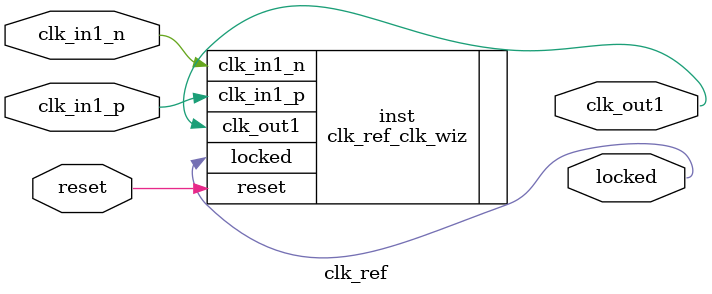
<source format=v>


`timescale 1ps/1ps

(* CORE_GENERATION_INFO = "clk_ref,clk_wiz_v5_4_3_0,{component_name=clk_ref,use_phase_alignment=true,use_min_o_jitter=false,use_max_i_jitter=false,use_dyn_phase_shift=false,use_inclk_switchover=false,use_dyn_reconfig=false,enable_axi=0,feedback_source=FDBK_AUTO,PRIMITIVE=MMCM,num_out_clk=1,clkin1_period=5.000,clkin2_period=10.0,use_power_down=false,use_reset=true,use_locked=true,use_inclk_stopped=false,feedback_type=SINGLE,CLOCK_MGR_TYPE=NA,manual_override=false}" *)

module clk_ref 
 (
  // Clock out ports
  output        clk_out1,
  // Status and control signals
  input         reset,
  output        locked,
 // Clock in ports
  input         clk_in1_p,
  input         clk_in1_n
 );

  clk_ref_clk_wiz inst
  (
  // Clock out ports  
  .clk_out1(clk_out1),
  // Status and control signals               
  .reset(reset), 
  .locked(locked),
 // Clock in ports
  .clk_in1_p(clk_in1_p),
  .clk_in1_n(clk_in1_n)
  );

endmodule

</source>
